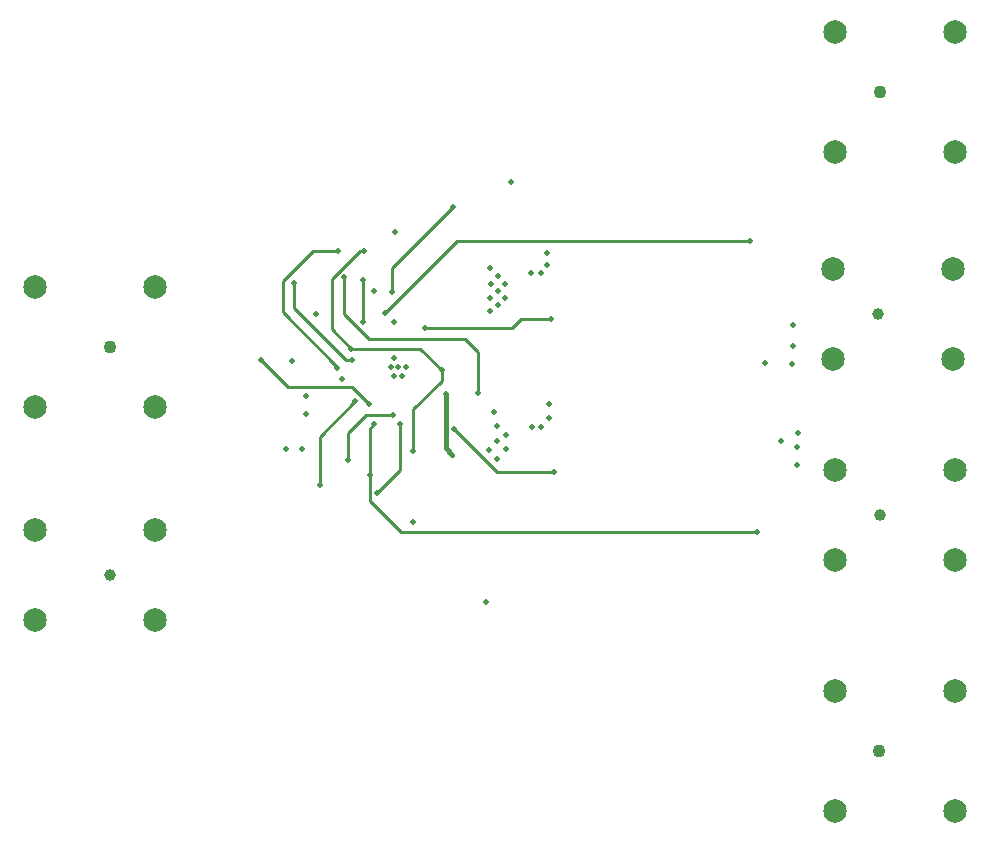
<source format=gbl>
G04*
G04 #@! TF.GenerationSoftware,Altium Limited,Altium Designer,19.0.15 (446)*
G04*
G04 Layer_Physical_Order=4*
G04 Layer_Color=16711680*
%FSLAX25Y25*%
%MOIN*%
G70*
G01*
G75*
%ADD13C,0.01000*%
%ADD45C,0.01500*%
%ADD46C,0.07854*%
%ADD47C,0.03937*%
%ADD48C,0.04331*%
%ADD49C,0.01968*%
D13*
X163400Y163700D02*
Y167200D01*
X156200Y174400D02*
X163400Y167200D01*
X154000Y154300D02*
X163400Y163700D01*
X133464Y161736D02*
X139300Y155900D01*
X112080Y161736D02*
X133464D01*
X139379Y147679D02*
X140900Y149200D01*
X139379Y132400D02*
Y147679D01*
Y123671D02*
Y132400D01*
Y123671D02*
X149850Y113200D01*
X133267Y174400D02*
X156200D01*
X138113Y152300D02*
X147300D01*
X132080Y146267D02*
X138113Y152300D01*
X132080Y137500D02*
Y146267D01*
X122900Y145100D02*
X134700Y156900D01*
X122900Y128900D02*
Y145100D01*
X103300Y170516D02*
X112080Y161736D01*
X149500Y134000D02*
Y149300D01*
X142000Y126500D02*
X149500Y134000D01*
X182000Y133200D02*
X200800D01*
X167500Y147700D02*
X182000Y133200D01*
X137250Y197450D02*
X137300Y197500D01*
X137250Y183318D02*
Y197450D01*
X137200Y183268D02*
X137250Y183318D01*
X175449Y159800D02*
Y173451D01*
X171200Y177700D02*
X175449Y173451D01*
X139200Y177700D02*
X171200D01*
X168400Y210400D02*
X266300D01*
X144400Y186400D02*
X168400Y210400D01*
X154000Y140500D02*
Y154300D01*
X149850Y113200D02*
X268400D01*
X157947Y181325D02*
X186925D01*
X189900Y184300D01*
X199900D01*
X146900Y201420D02*
X167079Y221600D01*
X146900Y193200D02*
Y201420D01*
X131500Y170600D02*
X133700D01*
X114100Y188000D02*
X131500Y170600D01*
X114100Y188000D02*
Y196400D01*
X136357Y207100D02*
X137700D01*
X126800Y197543D02*
X136357Y207100D01*
X126800Y180868D02*
X133267Y174400D01*
X126800Y180868D02*
Y197543D01*
X131000Y185900D02*
Y198230D01*
Y185900D02*
X139200Y177700D01*
X110500Y186540D02*
Y197100D01*
Y186540D02*
X128600Y168440D01*
X110500Y197100D02*
X120400Y207000D01*
X129000D01*
X128600Y167978D02*
Y168440D01*
D45*
X164766Y141240D02*
Y159470D01*
Y141240D02*
X167000Y139005D01*
Y138900D02*
Y139005D01*
D46*
X294039Y201000D02*
D03*
Y171000D02*
D03*
X334039D02*
D03*
Y201000D02*
D03*
X294500Y134000D02*
D03*
Y104000D02*
D03*
X334500D02*
D03*
Y134000D02*
D03*
X294539Y280000D02*
D03*
Y240000D02*
D03*
X334539D02*
D03*
Y280000D02*
D03*
X294400Y60300D02*
D03*
Y20300D02*
D03*
X334400D02*
D03*
Y60300D02*
D03*
X68000Y84000D02*
D03*
Y114000D02*
D03*
X28000D02*
D03*
Y84000D02*
D03*
X68000Y155000D02*
D03*
Y195000D02*
D03*
X28000D02*
D03*
Y155000D02*
D03*
D47*
X309000Y186000D02*
D03*
X309461Y119000D02*
D03*
X53039Y99000D02*
D03*
D48*
X309500Y260000D02*
D03*
X309361Y40300D02*
D03*
X53039Y175000D02*
D03*
D49*
X163400Y167200D02*
D03*
X139300Y155900D02*
D03*
X139379Y132400D02*
D03*
X140900Y149200D02*
D03*
X147300Y152300D02*
D03*
X134700Y156900D02*
D03*
X280300Y169200D02*
D03*
X280700Y175500D02*
D03*
Y182200D02*
D03*
X271300Y169600D02*
D03*
X281900Y135700D02*
D03*
Y141700D02*
D03*
X276600Y143600D02*
D03*
X282100Y146200D02*
D03*
X185000Y145700D02*
D03*
X179800Y196100D02*
D03*
X184700Y196000D02*
D03*
X184500Y191400D02*
D03*
X137200Y183268D02*
D03*
X147400Y183300D02*
D03*
X144400Y186400D02*
D03*
X185000Y140900D02*
D03*
X181900Y143800D02*
D03*
X182200Y193700D02*
D03*
Y189000D02*
D03*
X154000Y140500D02*
D03*
X199100Y155900D02*
D03*
Y151200D02*
D03*
X198400Y202200D02*
D03*
Y206200D02*
D03*
X268400Y113200D02*
D03*
X266300Y210400D02*
D03*
X182200Y198800D02*
D03*
X179700Y201400D02*
D03*
X199900Y184300D02*
D03*
X200800Y133200D02*
D03*
X142000Y126500D02*
D03*
X149500Y149300D02*
D03*
X164766Y159470D02*
D03*
X132080Y137500D02*
D03*
X121400Y185900D02*
D03*
X167079Y221600D02*
D03*
X146900Y193200D02*
D03*
X114100Y196400D02*
D03*
X131000Y198230D02*
D03*
X129000Y207000D02*
D03*
X137300Y197500D02*
D03*
X140800Y193600D02*
D03*
X153915Y116685D02*
D03*
X122900Y128900D02*
D03*
X103300Y170516D02*
D03*
X147800Y213500D02*
D03*
X137700Y207100D02*
D03*
X181900Y148700D02*
D03*
X180900Y153500D02*
D03*
X130100Y164220D02*
D03*
X181900Y137700D02*
D03*
X179200Y140800D02*
D03*
X179700Y187000D02*
D03*
Y191400D02*
D03*
X113700Y170400D02*
D03*
X117000Y140900D02*
D03*
X111400Y141063D02*
D03*
X118295Y152600D02*
D03*
Y158591D02*
D03*
X128600Y167978D02*
D03*
X193400Y148500D02*
D03*
X196700D02*
D03*
X146400Y168200D02*
D03*
X151600D02*
D03*
X149000D02*
D03*
X150300Y165200D02*
D03*
X147700D02*
D03*
Y171200D02*
D03*
X167000Y138900D02*
D03*
X167500Y147700D02*
D03*
X196400Y199660D02*
D03*
X193100Y199700D02*
D03*
X186590Y229900D02*
D03*
X133267Y174400D02*
D03*
X175449Y159800D02*
D03*
X178079Y90100D02*
D03*
X157947Y181325D02*
D03*
X133700Y170600D02*
D03*
M02*

</source>
